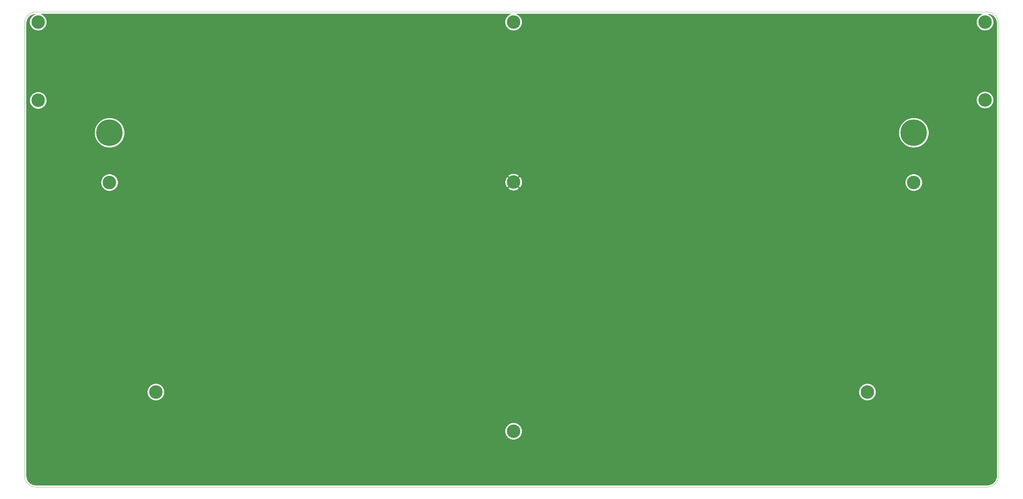
<source format=gbr>
%TF.GenerationSoftware,KiCad,Pcbnew,(5.1.10)-1*%
%TF.CreationDate,2021-06-02T05:43:55-04:00*%
%TF.ProjectId,pi75-plate-back,70693735-2d70-46c6-9174-652d6261636b,rev?*%
%TF.SameCoordinates,Original*%
%TF.FileFunction,Copper,L2,Bot*%
%TF.FilePolarity,Positive*%
%FSLAX46Y46*%
G04 Gerber Fmt 4.6, Leading zero omitted, Abs format (unit mm)*
G04 Created by KiCad (PCBNEW (5.1.10)-1) date 2021-06-02 05:43:55*
%MOMM*%
%LPD*%
G01*
G04 APERTURE LIST*
%TA.AperFunction,Profile*%
%ADD10C,0.050000*%
%TD*%
%TA.AperFunction,ComponentPad*%
%ADD11C,4.400000*%
%TD*%
%TA.AperFunction,ComponentPad*%
%ADD12C,8.600000*%
%TD*%
%TA.AperFunction,Conductor*%
%ADD13C,0.254000*%
%TD*%
%TA.AperFunction,Conductor*%
%ADD14C,0.100000*%
%TD*%
G04 APERTURE END LIST*
D10*
X297815000Y-5600700D02*
X-12065000Y-5600700D01*
X297815000Y-5600700D02*
G75*
G02*
X301625000Y-9410700I0J-3810000D01*
G01*
X301625000Y-156730700D02*
G75*
G02*
X297815000Y-160540700I-3810000J0D01*
G01*
X-12065000Y-160540700D02*
G75*
G02*
X-15875000Y-156730700I0J3810000D01*
G01*
X297815000Y-160540700D02*
X-12065000Y-160540700D01*
X-15875000Y-9410700D02*
X-15875000Y-156730700D01*
X-15875000Y-9410700D02*
G75*
G02*
X-12065000Y-5600700I3810000J0D01*
G01*
X301625000Y-9410700D02*
X301625000Y-156730700D01*
D11*
%TO.P,H1,1*%
%TO.N,GND*%
X143522700Y-61087000D03*
%TD*%
%TO.P,REF\u002A\u002A,1*%
%TO.N,N/C*%
X297180000Y-34302700D03*
%TD*%
%TO.P,REF\u002A\u002A,1*%
%TO.N,N/C*%
X297180000Y-8902700D03*
%TD*%
%TO.P,REF\u002A\u002A,1*%
%TO.N,N/C*%
X258838700Y-129540000D03*
%TD*%
%TO.P,REF\u002A\u002A,1*%
%TO.N,N/C*%
X11823700Y-61214000D03*
%TD*%
%TO.P,REF\u002A\u002A,1*%
%TO.N,N/C*%
X26936700Y-129540000D03*
%TD*%
%TO.P,REF\u002A\u002A,1*%
%TO.N,N/C*%
X273951700Y-61214000D03*
%TD*%
%TO.P,REF\u002A\u002A,1*%
%TO.N,N/C*%
X143510000Y-142316200D03*
%TD*%
%TO.P,REF\u002A\u002A,1*%
%TO.N,N/C*%
X-11430000Y-8902700D03*
%TD*%
%TO.P,REF\u002A\u002A,1*%
%TO.N,N/C*%
X-11430000Y-34429700D03*
%TD*%
%TO.P,REF\u002A\u002A,1*%
%TO.N,N/C*%
X143510000Y-8902700D03*
%TD*%
D12*
%TO.P,REF\u002A\u002A,1*%
%TO.N,N/C*%
X273964400Y-44983400D03*
%TD*%
%TO.P,REF\u002A\u002A,1*%
%TO.N,N/C*%
X11836400Y-44983400D03*
%TD*%
D13*
%TO.N,GND*%
X142167124Y-6390356D02*
X141702793Y-6700612D01*
X141307912Y-7095493D01*
X140997656Y-7559824D01*
X140783948Y-8075761D01*
X140675000Y-8623477D01*
X140675000Y-9181923D01*
X140783948Y-9729639D01*
X140997656Y-10245576D01*
X141307912Y-10709907D01*
X141702793Y-11104788D01*
X142167124Y-11415044D01*
X142683061Y-11628752D01*
X143230777Y-11737700D01*
X143789223Y-11737700D01*
X144336939Y-11628752D01*
X144852876Y-11415044D01*
X145317207Y-11104788D01*
X145712088Y-10709907D01*
X146022344Y-10245576D01*
X146236052Y-9729639D01*
X146345000Y-9181923D01*
X146345000Y-8623477D01*
X146236052Y-8075761D01*
X146022344Y-7559824D01*
X145712088Y-7095493D01*
X145317207Y-6700612D01*
X144852876Y-6390356D01*
X144539859Y-6260700D01*
X296150141Y-6260700D01*
X295837124Y-6390356D01*
X295372793Y-6700612D01*
X294977912Y-7095493D01*
X294667656Y-7559824D01*
X294453948Y-8075761D01*
X294345000Y-8623477D01*
X294345000Y-9181923D01*
X294453948Y-9729639D01*
X294667656Y-10245576D01*
X294977912Y-10709907D01*
X295372793Y-11104788D01*
X295837124Y-11415044D01*
X296353061Y-11628752D01*
X296900777Y-11737700D01*
X297459223Y-11737700D01*
X298006939Y-11628752D01*
X298522876Y-11415044D01*
X298987207Y-11104788D01*
X299382088Y-10709907D01*
X299692344Y-10245576D01*
X299906052Y-9729639D01*
X300015000Y-9181923D01*
X300015000Y-8623477D01*
X299906052Y-8075761D01*
X299692344Y-7559824D01*
X299382088Y-7095493D01*
X298987207Y-6700612D01*
X298522876Y-6390356D01*
X298342326Y-6315570D01*
X298426222Y-6323796D01*
X299014164Y-6501306D01*
X299556436Y-6789637D01*
X300032364Y-7177794D01*
X300423845Y-7651014D01*
X300715951Y-8191252D01*
X300897563Y-8777944D01*
X300965000Y-9419579D01*
X300965001Y-156698411D01*
X300901904Y-157341921D01*
X300724394Y-157929864D01*
X300436063Y-158472136D01*
X300047906Y-158948064D01*
X299574686Y-159339545D01*
X299034449Y-159631650D01*
X298447756Y-159813263D01*
X297806130Y-159880700D01*
X-12032721Y-159880700D01*
X-12676221Y-159817604D01*
X-13264164Y-159640094D01*
X-13806436Y-159351763D01*
X-14282364Y-158963606D01*
X-14673845Y-158490386D01*
X-14965950Y-157950149D01*
X-15147563Y-157363456D01*
X-15215000Y-156721830D01*
X-15215000Y-142036977D01*
X140675000Y-142036977D01*
X140675000Y-142595423D01*
X140783948Y-143143139D01*
X140997656Y-143659076D01*
X141307912Y-144123407D01*
X141702793Y-144518288D01*
X142167124Y-144828544D01*
X142683061Y-145042252D01*
X143230777Y-145151200D01*
X143789223Y-145151200D01*
X144336939Y-145042252D01*
X144852876Y-144828544D01*
X145317207Y-144518288D01*
X145712088Y-144123407D01*
X146022344Y-143659076D01*
X146236052Y-143143139D01*
X146345000Y-142595423D01*
X146345000Y-142036977D01*
X146236052Y-141489261D01*
X146022344Y-140973324D01*
X145712088Y-140508993D01*
X145317207Y-140114112D01*
X144852876Y-139803856D01*
X144336939Y-139590148D01*
X143789223Y-139481200D01*
X143230777Y-139481200D01*
X142683061Y-139590148D01*
X142167124Y-139803856D01*
X141702793Y-140114112D01*
X141307912Y-140508993D01*
X140997656Y-140973324D01*
X140783948Y-141489261D01*
X140675000Y-142036977D01*
X-15215000Y-142036977D01*
X-15215000Y-129260777D01*
X24101700Y-129260777D01*
X24101700Y-129819223D01*
X24210648Y-130366939D01*
X24424356Y-130882876D01*
X24734612Y-131347207D01*
X25129493Y-131742088D01*
X25593824Y-132052344D01*
X26109761Y-132266052D01*
X26657477Y-132375000D01*
X27215923Y-132375000D01*
X27763639Y-132266052D01*
X28279576Y-132052344D01*
X28743907Y-131742088D01*
X29138788Y-131347207D01*
X29449044Y-130882876D01*
X29662752Y-130366939D01*
X29771700Y-129819223D01*
X29771700Y-129260777D01*
X256003700Y-129260777D01*
X256003700Y-129819223D01*
X256112648Y-130366939D01*
X256326356Y-130882876D01*
X256636612Y-131347207D01*
X257031493Y-131742088D01*
X257495824Y-132052344D01*
X258011761Y-132266052D01*
X258559477Y-132375000D01*
X259117923Y-132375000D01*
X259665639Y-132266052D01*
X260181576Y-132052344D01*
X260645907Y-131742088D01*
X261040788Y-131347207D01*
X261351044Y-130882876D01*
X261564752Y-130366939D01*
X261673700Y-129819223D01*
X261673700Y-129260777D01*
X261564752Y-128713061D01*
X261351044Y-128197124D01*
X261040788Y-127732793D01*
X260645907Y-127337912D01*
X260181576Y-127027656D01*
X259665639Y-126813948D01*
X259117923Y-126705000D01*
X258559477Y-126705000D01*
X258011761Y-126813948D01*
X257495824Y-127027656D01*
X257031493Y-127337912D01*
X256636612Y-127732793D01*
X256326356Y-128197124D01*
X256112648Y-128713061D01*
X256003700Y-129260777D01*
X29771700Y-129260777D01*
X29662752Y-128713061D01*
X29449044Y-128197124D01*
X29138788Y-127732793D01*
X28743907Y-127337912D01*
X28279576Y-127027656D01*
X27763639Y-126813948D01*
X27215923Y-126705000D01*
X26657477Y-126705000D01*
X26109761Y-126813948D01*
X25593824Y-127027656D01*
X25129493Y-127337912D01*
X24734612Y-127732793D01*
X24424356Y-128197124D01*
X24210648Y-128713061D01*
X24101700Y-129260777D01*
X-15215000Y-129260777D01*
X-15215000Y-60934777D01*
X8988700Y-60934777D01*
X8988700Y-61493223D01*
X9097648Y-62040939D01*
X9311356Y-62556876D01*
X9621612Y-63021207D01*
X10016493Y-63416088D01*
X10480824Y-63726344D01*
X10996761Y-63940052D01*
X11544477Y-64049000D01*
X12102923Y-64049000D01*
X12650639Y-63940052D01*
X13166576Y-63726344D01*
X13630907Y-63416088D01*
X13970220Y-63076775D01*
X141712530Y-63076775D01*
X141952676Y-63464018D01*
X142446577Y-63724641D01*
X142981833Y-63883901D01*
X143537874Y-63935678D01*
X144093332Y-63877981D01*
X144626861Y-63713028D01*
X145092724Y-63464018D01*
X145332870Y-63076775D01*
X143522700Y-61266605D01*
X141712530Y-63076775D01*
X13970220Y-63076775D01*
X14025788Y-63021207D01*
X14336044Y-62556876D01*
X14549752Y-62040939D01*
X14658700Y-61493223D01*
X14658700Y-61102174D01*
X140674022Y-61102174D01*
X140731719Y-61657632D01*
X140896672Y-62191161D01*
X141145682Y-62657024D01*
X141532925Y-62897170D01*
X143343095Y-61087000D01*
X143702305Y-61087000D01*
X145512475Y-62897170D01*
X145899718Y-62657024D01*
X146160341Y-62163123D01*
X146319601Y-61627867D01*
X146371378Y-61071826D01*
X146357143Y-60934777D01*
X271116700Y-60934777D01*
X271116700Y-61493223D01*
X271225648Y-62040939D01*
X271439356Y-62556876D01*
X271749612Y-63021207D01*
X272144493Y-63416088D01*
X272608824Y-63726344D01*
X273124761Y-63940052D01*
X273672477Y-64049000D01*
X274230923Y-64049000D01*
X274778639Y-63940052D01*
X275294576Y-63726344D01*
X275758907Y-63416088D01*
X276153788Y-63021207D01*
X276464044Y-62556876D01*
X276677752Y-62040939D01*
X276786700Y-61493223D01*
X276786700Y-60934777D01*
X276677752Y-60387061D01*
X276464044Y-59871124D01*
X276153788Y-59406793D01*
X275758907Y-59011912D01*
X275294576Y-58701656D01*
X274778639Y-58487948D01*
X274230923Y-58379000D01*
X273672477Y-58379000D01*
X273124761Y-58487948D01*
X272608824Y-58701656D01*
X272144493Y-59011912D01*
X271749612Y-59406793D01*
X271439356Y-59871124D01*
X271225648Y-60387061D01*
X271116700Y-60934777D01*
X146357143Y-60934777D01*
X146313681Y-60516368D01*
X146148728Y-59982839D01*
X145899718Y-59516976D01*
X145512475Y-59276830D01*
X143702305Y-61087000D01*
X143343095Y-61087000D01*
X141532925Y-59276830D01*
X141145682Y-59516976D01*
X140885059Y-60010877D01*
X140725799Y-60546133D01*
X140674022Y-61102174D01*
X14658700Y-61102174D01*
X14658700Y-60934777D01*
X14549752Y-60387061D01*
X14336044Y-59871124D01*
X14025788Y-59406793D01*
X13716220Y-59097225D01*
X141712530Y-59097225D01*
X143522700Y-60907395D01*
X145332870Y-59097225D01*
X145092724Y-58709982D01*
X144598823Y-58449359D01*
X144063567Y-58290099D01*
X143507526Y-58238322D01*
X142952068Y-58296019D01*
X142418539Y-58460972D01*
X141952676Y-58709982D01*
X141712530Y-59097225D01*
X13716220Y-59097225D01*
X13630907Y-59011912D01*
X13166576Y-58701656D01*
X12650639Y-58487948D01*
X12102923Y-58379000D01*
X11544477Y-58379000D01*
X10996761Y-58487948D01*
X10480824Y-58701656D01*
X10016493Y-59011912D01*
X9621612Y-59406793D01*
X9311356Y-59871124D01*
X9097648Y-60387061D01*
X8988700Y-60934777D01*
X-15215000Y-60934777D01*
X-15215000Y-44497345D01*
X6901400Y-44497345D01*
X6901400Y-45469455D01*
X7091050Y-46422886D01*
X7463060Y-47320999D01*
X8003135Y-48129279D01*
X8690521Y-48816665D01*
X9498801Y-49356740D01*
X10396914Y-49728750D01*
X11350345Y-49918400D01*
X12322455Y-49918400D01*
X13275886Y-49728750D01*
X14173999Y-49356740D01*
X14982279Y-48816665D01*
X15669665Y-48129279D01*
X16209740Y-47320999D01*
X16581750Y-46422886D01*
X16771400Y-45469455D01*
X16771400Y-44497345D01*
X269029400Y-44497345D01*
X269029400Y-45469455D01*
X269219050Y-46422886D01*
X269591060Y-47320999D01*
X270131135Y-48129279D01*
X270818521Y-48816665D01*
X271626801Y-49356740D01*
X272524914Y-49728750D01*
X273478345Y-49918400D01*
X274450455Y-49918400D01*
X275403886Y-49728750D01*
X276301999Y-49356740D01*
X277110279Y-48816665D01*
X277797665Y-48129279D01*
X278337740Y-47320999D01*
X278709750Y-46422886D01*
X278899400Y-45469455D01*
X278899400Y-44497345D01*
X278709750Y-43543914D01*
X278337740Y-42645801D01*
X277797665Y-41837521D01*
X277110279Y-41150135D01*
X276301999Y-40610060D01*
X275403886Y-40238050D01*
X274450455Y-40048400D01*
X273478345Y-40048400D01*
X272524914Y-40238050D01*
X271626801Y-40610060D01*
X270818521Y-41150135D01*
X270131135Y-41837521D01*
X269591060Y-42645801D01*
X269219050Y-43543914D01*
X269029400Y-44497345D01*
X16771400Y-44497345D01*
X16581750Y-43543914D01*
X16209740Y-42645801D01*
X15669665Y-41837521D01*
X14982279Y-41150135D01*
X14173999Y-40610060D01*
X13275886Y-40238050D01*
X12322455Y-40048400D01*
X11350345Y-40048400D01*
X10396914Y-40238050D01*
X9498801Y-40610060D01*
X8690521Y-41150135D01*
X8003135Y-41837521D01*
X7463060Y-42645801D01*
X7091050Y-43543914D01*
X6901400Y-44497345D01*
X-15215000Y-44497345D01*
X-15215000Y-34150477D01*
X-14265000Y-34150477D01*
X-14265000Y-34708923D01*
X-14156052Y-35256639D01*
X-13942344Y-35772576D01*
X-13632088Y-36236907D01*
X-13237207Y-36631788D01*
X-12772876Y-36942044D01*
X-12256939Y-37155752D01*
X-11709223Y-37264700D01*
X-11150777Y-37264700D01*
X-10603061Y-37155752D01*
X-10087124Y-36942044D01*
X-9622793Y-36631788D01*
X-9227912Y-36236907D01*
X-8917656Y-35772576D01*
X-8703948Y-35256639D01*
X-8595000Y-34708923D01*
X-8595000Y-34150477D01*
X-8620261Y-34023477D01*
X294345000Y-34023477D01*
X294345000Y-34581923D01*
X294453948Y-35129639D01*
X294667656Y-35645576D01*
X294977912Y-36109907D01*
X295372793Y-36504788D01*
X295837124Y-36815044D01*
X296353061Y-37028752D01*
X296900777Y-37137700D01*
X297459223Y-37137700D01*
X298006939Y-37028752D01*
X298522876Y-36815044D01*
X298987207Y-36504788D01*
X299382088Y-36109907D01*
X299692344Y-35645576D01*
X299906052Y-35129639D01*
X300015000Y-34581923D01*
X300015000Y-34023477D01*
X299906052Y-33475761D01*
X299692344Y-32959824D01*
X299382088Y-32495493D01*
X298987207Y-32100612D01*
X298522876Y-31790356D01*
X298006939Y-31576648D01*
X297459223Y-31467700D01*
X296900777Y-31467700D01*
X296353061Y-31576648D01*
X295837124Y-31790356D01*
X295372793Y-32100612D01*
X294977912Y-32495493D01*
X294667656Y-32959824D01*
X294453948Y-33475761D01*
X294345000Y-34023477D01*
X-8620261Y-34023477D01*
X-8703948Y-33602761D01*
X-8917656Y-33086824D01*
X-9227912Y-32622493D01*
X-9622793Y-32227612D01*
X-10087124Y-31917356D01*
X-10603061Y-31703648D01*
X-11150777Y-31594700D01*
X-11709223Y-31594700D01*
X-12256939Y-31703648D01*
X-12772876Y-31917356D01*
X-13237207Y-32227612D01*
X-13632088Y-32622493D01*
X-13942344Y-33086824D01*
X-14156052Y-33602761D01*
X-14265000Y-34150477D01*
X-15215000Y-34150477D01*
X-15215000Y-9442979D01*
X-15151904Y-8799478D01*
X-14974394Y-8211536D01*
X-14686063Y-7669264D01*
X-14297906Y-7193336D01*
X-13824686Y-6801855D01*
X-13284448Y-6509749D01*
X-12697756Y-6328137D01*
X-12597135Y-6317562D01*
X-12772876Y-6390356D01*
X-13237207Y-6700612D01*
X-13632088Y-7095493D01*
X-13942344Y-7559824D01*
X-14156052Y-8075761D01*
X-14265000Y-8623477D01*
X-14265000Y-9181923D01*
X-14156052Y-9729639D01*
X-13942344Y-10245576D01*
X-13632088Y-10709907D01*
X-13237207Y-11104788D01*
X-12772876Y-11415044D01*
X-12256939Y-11628752D01*
X-11709223Y-11737700D01*
X-11150777Y-11737700D01*
X-10603061Y-11628752D01*
X-10087124Y-11415044D01*
X-9622793Y-11104788D01*
X-9227912Y-10709907D01*
X-8917656Y-10245576D01*
X-8703948Y-9729639D01*
X-8595000Y-9181923D01*
X-8595000Y-8623477D01*
X-8703948Y-8075761D01*
X-8917656Y-7559824D01*
X-9227912Y-7095493D01*
X-9622793Y-6700612D01*
X-10087124Y-6390356D01*
X-10400141Y-6260700D01*
X142480141Y-6260700D01*
X142167124Y-6390356D01*
%TA.AperFunction,Conductor*%
D14*
G36*
X142167124Y-6390356D02*
G01*
X141702793Y-6700612D01*
X141307912Y-7095493D01*
X140997656Y-7559824D01*
X140783948Y-8075761D01*
X140675000Y-8623477D01*
X140675000Y-9181923D01*
X140783948Y-9729639D01*
X140997656Y-10245576D01*
X141307912Y-10709907D01*
X141702793Y-11104788D01*
X142167124Y-11415044D01*
X142683061Y-11628752D01*
X143230777Y-11737700D01*
X143789223Y-11737700D01*
X144336939Y-11628752D01*
X144852876Y-11415044D01*
X145317207Y-11104788D01*
X145712088Y-10709907D01*
X146022344Y-10245576D01*
X146236052Y-9729639D01*
X146345000Y-9181923D01*
X146345000Y-8623477D01*
X146236052Y-8075761D01*
X146022344Y-7559824D01*
X145712088Y-7095493D01*
X145317207Y-6700612D01*
X144852876Y-6390356D01*
X144539859Y-6260700D01*
X296150141Y-6260700D01*
X295837124Y-6390356D01*
X295372793Y-6700612D01*
X294977912Y-7095493D01*
X294667656Y-7559824D01*
X294453948Y-8075761D01*
X294345000Y-8623477D01*
X294345000Y-9181923D01*
X294453948Y-9729639D01*
X294667656Y-10245576D01*
X294977912Y-10709907D01*
X295372793Y-11104788D01*
X295837124Y-11415044D01*
X296353061Y-11628752D01*
X296900777Y-11737700D01*
X297459223Y-11737700D01*
X298006939Y-11628752D01*
X298522876Y-11415044D01*
X298987207Y-11104788D01*
X299382088Y-10709907D01*
X299692344Y-10245576D01*
X299906052Y-9729639D01*
X300015000Y-9181923D01*
X300015000Y-8623477D01*
X299906052Y-8075761D01*
X299692344Y-7559824D01*
X299382088Y-7095493D01*
X298987207Y-6700612D01*
X298522876Y-6390356D01*
X298342326Y-6315570D01*
X298426222Y-6323796D01*
X299014164Y-6501306D01*
X299556436Y-6789637D01*
X300032364Y-7177794D01*
X300423845Y-7651014D01*
X300715951Y-8191252D01*
X300897563Y-8777944D01*
X300965000Y-9419579D01*
X300965001Y-156698411D01*
X300901904Y-157341921D01*
X300724394Y-157929864D01*
X300436063Y-158472136D01*
X300047906Y-158948064D01*
X299574686Y-159339545D01*
X299034449Y-159631650D01*
X298447756Y-159813263D01*
X297806130Y-159880700D01*
X-12032721Y-159880700D01*
X-12676221Y-159817604D01*
X-13264164Y-159640094D01*
X-13806436Y-159351763D01*
X-14282364Y-158963606D01*
X-14673845Y-158490386D01*
X-14965950Y-157950149D01*
X-15147563Y-157363456D01*
X-15215000Y-156721830D01*
X-15215000Y-142036977D01*
X140675000Y-142036977D01*
X140675000Y-142595423D01*
X140783948Y-143143139D01*
X140997656Y-143659076D01*
X141307912Y-144123407D01*
X141702793Y-144518288D01*
X142167124Y-144828544D01*
X142683061Y-145042252D01*
X143230777Y-145151200D01*
X143789223Y-145151200D01*
X144336939Y-145042252D01*
X144852876Y-144828544D01*
X145317207Y-144518288D01*
X145712088Y-144123407D01*
X146022344Y-143659076D01*
X146236052Y-143143139D01*
X146345000Y-142595423D01*
X146345000Y-142036977D01*
X146236052Y-141489261D01*
X146022344Y-140973324D01*
X145712088Y-140508993D01*
X145317207Y-140114112D01*
X144852876Y-139803856D01*
X144336939Y-139590148D01*
X143789223Y-139481200D01*
X143230777Y-139481200D01*
X142683061Y-139590148D01*
X142167124Y-139803856D01*
X141702793Y-140114112D01*
X141307912Y-140508993D01*
X140997656Y-140973324D01*
X140783948Y-141489261D01*
X140675000Y-142036977D01*
X-15215000Y-142036977D01*
X-15215000Y-129260777D01*
X24101700Y-129260777D01*
X24101700Y-129819223D01*
X24210648Y-130366939D01*
X24424356Y-130882876D01*
X24734612Y-131347207D01*
X25129493Y-131742088D01*
X25593824Y-132052344D01*
X26109761Y-132266052D01*
X26657477Y-132375000D01*
X27215923Y-132375000D01*
X27763639Y-132266052D01*
X28279576Y-132052344D01*
X28743907Y-131742088D01*
X29138788Y-131347207D01*
X29449044Y-130882876D01*
X29662752Y-130366939D01*
X29771700Y-129819223D01*
X29771700Y-129260777D01*
X256003700Y-129260777D01*
X256003700Y-129819223D01*
X256112648Y-130366939D01*
X256326356Y-130882876D01*
X256636612Y-131347207D01*
X257031493Y-131742088D01*
X257495824Y-132052344D01*
X258011761Y-132266052D01*
X258559477Y-132375000D01*
X259117923Y-132375000D01*
X259665639Y-132266052D01*
X260181576Y-132052344D01*
X260645907Y-131742088D01*
X261040788Y-131347207D01*
X261351044Y-130882876D01*
X261564752Y-130366939D01*
X261673700Y-129819223D01*
X261673700Y-129260777D01*
X261564752Y-128713061D01*
X261351044Y-128197124D01*
X261040788Y-127732793D01*
X260645907Y-127337912D01*
X260181576Y-127027656D01*
X259665639Y-126813948D01*
X259117923Y-126705000D01*
X258559477Y-126705000D01*
X258011761Y-126813948D01*
X257495824Y-127027656D01*
X257031493Y-127337912D01*
X256636612Y-127732793D01*
X256326356Y-128197124D01*
X256112648Y-128713061D01*
X256003700Y-129260777D01*
X29771700Y-129260777D01*
X29662752Y-128713061D01*
X29449044Y-128197124D01*
X29138788Y-127732793D01*
X28743907Y-127337912D01*
X28279576Y-127027656D01*
X27763639Y-126813948D01*
X27215923Y-126705000D01*
X26657477Y-126705000D01*
X26109761Y-126813948D01*
X25593824Y-127027656D01*
X25129493Y-127337912D01*
X24734612Y-127732793D01*
X24424356Y-128197124D01*
X24210648Y-128713061D01*
X24101700Y-129260777D01*
X-15215000Y-129260777D01*
X-15215000Y-60934777D01*
X8988700Y-60934777D01*
X8988700Y-61493223D01*
X9097648Y-62040939D01*
X9311356Y-62556876D01*
X9621612Y-63021207D01*
X10016493Y-63416088D01*
X10480824Y-63726344D01*
X10996761Y-63940052D01*
X11544477Y-64049000D01*
X12102923Y-64049000D01*
X12650639Y-63940052D01*
X13166576Y-63726344D01*
X13630907Y-63416088D01*
X13970220Y-63076775D01*
X141712530Y-63076775D01*
X141952676Y-63464018D01*
X142446577Y-63724641D01*
X142981833Y-63883901D01*
X143537874Y-63935678D01*
X144093332Y-63877981D01*
X144626861Y-63713028D01*
X145092724Y-63464018D01*
X145332870Y-63076775D01*
X143522700Y-61266605D01*
X141712530Y-63076775D01*
X13970220Y-63076775D01*
X14025788Y-63021207D01*
X14336044Y-62556876D01*
X14549752Y-62040939D01*
X14658700Y-61493223D01*
X14658700Y-61102174D01*
X140674022Y-61102174D01*
X140731719Y-61657632D01*
X140896672Y-62191161D01*
X141145682Y-62657024D01*
X141532925Y-62897170D01*
X143343095Y-61087000D01*
X143702305Y-61087000D01*
X145512475Y-62897170D01*
X145899718Y-62657024D01*
X146160341Y-62163123D01*
X146319601Y-61627867D01*
X146371378Y-61071826D01*
X146357143Y-60934777D01*
X271116700Y-60934777D01*
X271116700Y-61493223D01*
X271225648Y-62040939D01*
X271439356Y-62556876D01*
X271749612Y-63021207D01*
X272144493Y-63416088D01*
X272608824Y-63726344D01*
X273124761Y-63940052D01*
X273672477Y-64049000D01*
X274230923Y-64049000D01*
X274778639Y-63940052D01*
X275294576Y-63726344D01*
X275758907Y-63416088D01*
X276153788Y-63021207D01*
X276464044Y-62556876D01*
X276677752Y-62040939D01*
X276786700Y-61493223D01*
X276786700Y-60934777D01*
X276677752Y-60387061D01*
X276464044Y-59871124D01*
X276153788Y-59406793D01*
X275758907Y-59011912D01*
X275294576Y-58701656D01*
X274778639Y-58487948D01*
X274230923Y-58379000D01*
X273672477Y-58379000D01*
X273124761Y-58487948D01*
X272608824Y-58701656D01*
X272144493Y-59011912D01*
X271749612Y-59406793D01*
X271439356Y-59871124D01*
X271225648Y-60387061D01*
X271116700Y-60934777D01*
X146357143Y-60934777D01*
X146313681Y-60516368D01*
X146148728Y-59982839D01*
X145899718Y-59516976D01*
X145512475Y-59276830D01*
X143702305Y-61087000D01*
X143343095Y-61087000D01*
X141532925Y-59276830D01*
X141145682Y-59516976D01*
X140885059Y-60010877D01*
X140725799Y-60546133D01*
X140674022Y-61102174D01*
X14658700Y-61102174D01*
X14658700Y-60934777D01*
X14549752Y-60387061D01*
X14336044Y-59871124D01*
X14025788Y-59406793D01*
X13716220Y-59097225D01*
X141712530Y-59097225D01*
X143522700Y-60907395D01*
X145332870Y-59097225D01*
X145092724Y-58709982D01*
X144598823Y-58449359D01*
X144063567Y-58290099D01*
X143507526Y-58238322D01*
X142952068Y-58296019D01*
X142418539Y-58460972D01*
X141952676Y-58709982D01*
X141712530Y-59097225D01*
X13716220Y-59097225D01*
X13630907Y-59011912D01*
X13166576Y-58701656D01*
X12650639Y-58487948D01*
X12102923Y-58379000D01*
X11544477Y-58379000D01*
X10996761Y-58487948D01*
X10480824Y-58701656D01*
X10016493Y-59011912D01*
X9621612Y-59406793D01*
X9311356Y-59871124D01*
X9097648Y-60387061D01*
X8988700Y-60934777D01*
X-15215000Y-60934777D01*
X-15215000Y-44497345D01*
X6901400Y-44497345D01*
X6901400Y-45469455D01*
X7091050Y-46422886D01*
X7463060Y-47320999D01*
X8003135Y-48129279D01*
X8690521Y-48816665D01*
X9498801Y-49356740D01*
X10396914Y-49728750D01*
X11350345Y-49918400D01*
X12322455Y-49918400D01*
X13275886Y-49728750D01*
X14173999Y-49356740D01*
X14982279Y-48816665D01*
X15669665Y-48129279D01*
X16209740Y-47320999D01*
X16581750Y-46422886D01*
X16771400Y-45469455D01*
X16771400Y-44497345D01*
X269029400Y-44497345D01*
X269029400Y-45469455D01*
X269219050Y-46422886D01*
X269591060Y-47320999D01*
X270131135Y-48129279D01*
X270818521Y-48816665D01*
X271626801Y-49356740D01*
X272524914Y-49728750D01*
X273478345Y-49918400D01*
X274450455Y-49918400D01*
X275403886Y-49728750D01*
X276301999Y-49356740D01*
X277110279Y-48816665D01*
X277797665Y-48129279D01*
X278337740Y-47320999D01*
X278709750Y-46422886D01*
X278899400Y-45469455D01*
X278899400Y-44497345D01*
X278709750Y-43543914D01*
X278337740Y-42645801D01*
X277797665Y-41837521D01*
X277110279Y-41150135D01*
X276301999Y-40610060D01*
X275403886Y-40238050D01*
X274450455Y-40048400D01*
X273478345Y-40048400D01*
X272524914Y-40238050D01*
X271626801Y-40610060D01*
X270818521Y-41150135D01*
X270131135Y-41837521D01*
X269591060Y-42645801D01*
X269219050Y-43543914D01*
X269029400Y-44497345D01*
X16771400Y-44497345D01*
X16581750Y-43543914D01*
X16209740Y-42645801D01*
X15669665Y-41837521D01*
X14982279Y-41150135D01*
X14173999Y-40610060D01*
X13275886Y-40238050D01*
X12322455Y-40048400D01*
X11350345Y-40048400D01*
X10396914Y-40238050D01*
X9498801Y-40610060D01*
X8690521Y-41150135D01*
X8003135Y-41837521D01*
X7463060Y-42645801D01*
X7091050Y-43543914D01*
X6901400Y-44497345D01*
X-15215000Y-44497345D01*
X-15215000Y-34150477D01*
X-14265000Y-34150477D01*
X-14265000Y-34708923D01*
X-14156052Y-35256639D01*
X-13942344Y-35772576D01*
X-13632088Y-36236907D01*
X-13237207Y-36631788D01*
X-12772876Y-36942044D01*
X-12256939Y-37155752D01*
X-11709223Y-37264700D01*
X-11150777Y-37264700D01*
X-10603061Y-37155752D01*
X-10087124Y-36942044D01*
X-9622793Y-36631788D01*
X-9227912Y-36236907D01*
X-8917656Y-35772576D01*
X-8703948Y-35256639D01*
X-8595000Y-34708923D01*
X-8595000Y-34150477D01*
X-8620261Y-34023477D01*
X294345000Y-34023477D01*
X294345000Y-34581923D01*
X294453948Y-35129639D01*
X294667656Y-35645576D01*
X294977912Y-36109907D01*
X295372793Y-36504788D01*
X295837124Y-36815044D01*
X296353061Y-37028752D01*
X296900777Y-37137700D01*
X297459223Y-37137700D01*
X298006939Y-37028752D01*
X298522876Y-36815044D01*
X298987207Y-36504788D01*
X299382088Y-36109907D01*
X299692344Y-35645576D01*
X299906052Y-35129639D01*
X300015000Y-34581923D01*
X300015000Y-34023477D01*
X299906052Y-33475761D01*
X299692344Y-32959824D01*
X299382088Y-32495493D01*
X298987207Y-32100612D01*
X298522876Y-31790356D01*
X298006939Y-31576648D01*
X297459223Y-31467700D01*
X296900777Y-31467700D01*
X296353061Y-31576648D01*
X295837124Y-31790356D01*
X295372793Y-32100612D01*
X294977912Y-32495493D01*
X294667656Y-32959824D01*
X294453948Y-33475761D01*
X294345000Y-34023477D01*
X-8620261Y-34023477D01*
X-8703948Y-33602761D01*
X-8917656Y-33086824D01*
X-9227912Y-32622493D01*
X-9622793Y-32227612D01*
X-10087124Y-31917356D01*
X-10603061Y-31703648D01*
X-11150777Y-31594700D01*
X-11709223Y-31594700D01*
X-12256939Y-31703648D01*
X-12772876Y-31917356D01*
X-13237207Y-32227612D01*
X-13632088Y-32622493D01*
X-13942344Y-33086824D01*
X-14156052Y-33602761D01*
X-14265000Y-34150477D01*
X-15215000Y-34150477D01*
X-15215000Y-9442979D01*
X-15151904Y-8799478D01*
X-14974394Y-8211536D01*
X-14686063Y-7669264D01*
X-14297906Y-7193336D01*
X-13824686Y-6801855D01*
X-13284448Y-6509749D01*
X-12697756Y-6328137D01*
X-12597135Y-6317562D01*
X-12772876Y-6390356D01*
X-13237207Y-6700612D01*
X-13632088Y-7095493D01*
X-13942344Y-7559824D01*
X-14156052Y-8075761D01*
X-14265000Y-8623477D01*
X-14265000Y-9181923D01*
X-14156052Y-9729639D01*
X-13942344Y-10245576D01*
X-13632088Y-10709907D01*
X-13237207Y-11104788D01*
X-12772876Y-11415044D01*
X-12256939Y-11628752D01*
X-11709223Y-11737700D01*
X-11150777Y-11737700D01*
X-10603061Y-11628752D01*
X-10087124Y-11415044D01*
X-9622793Y-11104788D01*
X-9227912Y-10709907D01*
X-8917656Y-10245576D01*
X-8703948Y-9729639D01*
X-8595000Y-9181923D01*
X-8595000Y-8623477D01*
X-8703948Y-8075761D01*
X-8917656Y-7559824D01*
X-9227912Y-7095493D01*
X-9622793Y-6700612D01*
X-10087124Y-6390356D01*
X-10400141Y-6260700D01*
X142480141Y-6260700D01*
X142167124Y-6390356D01*
G37*
%TD.AperFunction*%
%TD*%
M02*

</source>
